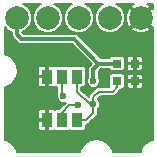
<source format=gbl>
G04 #@! TF.FileFunction,Copper,L2,Bot,Mixed*
%FSLAX46Y46*%
G04 Gerber Fmt 4.6, Leading zero omitted, Abs format (unit mm)*
G04 Created by KiCad (PCBNEW 4.0.6-e0-6349~53~ubuntu16.04.1) date Tue Jul 11 19:26:18 2017*
%MOMM*%
%LPD*%
G01*
G04 APERTURE LIST*
%ADD10C,0.100000*%
%ADD11C,1.998980*%
%ADD12R,0.800000X0.750000*%
%ADD13R,0.970000X1.270000*%
%ADD14C,0.600000*%
%ADD15C,0.304800*%
%ADD16C,0.203200*%
%ADD17C,0.152400*%
G04 APERTURE END LIST*
D10*
D11*
X144625000Y-99270000D03*
X149875000Y-99270000D03*
X152500000Y-99270000D03*
X147250000Y-99270000D03*
X155125000Y-99270000D03*
D12*
X153125000Y-103145000D03*
X154625000Y-103145000D03*
X153125000Y-104645000D03*
X154625000Y-104645000D03*
D13*
X147187000Y-107930000D03*
X148457000Y-107930000D03*
X149727000Y-107930000D03*
X147187000Y-104247000D03*
X148457000Y-104247000D03*
X149727000Y-104247000D03*
D14*
X151125000Y-104635000D03*
X151124000Y-106596500D03*
X149854000Y-106660000D03*
X148584000Y-105898000D03*
D15*
X153125000Y-103145000D02*
X151546000Y-103145000D01*
X144625000Y-100669000D02*
X144625000Y-99270000D01*
X145028000Y-101072000D02*
X144625000Y-100669000D01*
X149473000Y-101072000D02*
X145028000Y-101072000D01*
X151546000Y-103145000D02*
X149473000Y-101072000D01*
X151125000Y-104635000D02*
X151125000Y-103645000D01*
X151625000Y-103145000D02*
X153125000Y-103145000D01*
X151125000Y-103645000D02*
X151625000Y-103145000D01*
D16*
X151124000Y-106596500D02*
X150806500Y-106596500D01*
X149727000Y-105517000D02*
X149727000Y-104247000D01*
X150806500Y-106596500D02*
X149727000Y-105517000D01*
X151124000Y-106596500D02*
X151124000Y-107295000D01*
X150489000Y-107930000D02*
X149727000Y-107930000D01*
X151124000Y-107295000D02*
X150489000Y-107930000D01*
X151124000Y-106596500D02*
X151124000Y-106021000D01*
X153125000Y-105145000D02*
X153125000Y-104645000D01*
X152750000Y-105520000D02*
X153125000Y-105145000D01*
X151625000Y-105520000D02*
X152750000Y-105520000D01*
X151124000Y-106021000D02*
X151625000Y-105520000D01*
X148457000Y-107930000D02*
X148457000Y-107295000D01*
X148457000Y-107295000D02*
X149092000Y-106660000D01*
X149092000Y-106660000D02*
X149854000Y-106660000D01*
X148457000Y-104247000D02*
X148457000Y-105771000D01*
X148457000Y-105771000D02*
X148584000Y-105898000D01*
D17*
G36*
X146526513Y-98185178D02*
X146166442Y-98544621D01*
X145971332Y-99014497D01*
X145970888Y-99523271D01*
X146165178Y-99993487D01*
X146524621Y-100353558D01*
X146994497Y-100548668D01*
X147503271Y-100549112D01*
X147973487Y-100354822D01*
X148333558Y-99995379D01*
X148528668Y-99525503D01*
X148529112Y-99016729D01*
X148334822Y-98546513D01*
X147975379Y-98186442D01*
X147801883Y-98114400D01*
X149322808Y-98114400D01*
X149151513Y-98185178D01*
X148791442Y-98544621D01*
X148596332Y-99014497D01*
X148595888Y-99523271D01*
X148790178Y-99993487D01*
X149149621Y-100353558D01*
X149619497Y-100548668D01*
X150128271Y-100549112D01*
X150598487Y-100354822D01*
X150958558Y-99995379D01*
X151153668Y-99525503D01*
X151154112Y-99016729D01*
X150959822Y-98546513D01*
X150600379Y-98186442D01*
X150426883Y-98114400D01*
X151947808Y-98114400D01*
X151776513Y-98185178D01*
X151416442Y-98544621D01*
X151221332Y-99014497D01*
X151220888Y-99523271D01*
X151415178Y-99993487D01*
X151774621Y-100353558D01*
X152244497Y-100548668D01*
X152753271Y-100549112D01*
X153223487Y-100354822D01*
X153383735Y-100194853D01*
X154307910Y-100194853D01*
X154421517Y-100367900D01*
X154895214Y-100553539D01*
X155403895Y-100543770D01*
X155828483Y-100367900D01*
X155942090Y-100194853D01*
X155125000Y-99377763D01*
X154307910Y-100194853D01*
X153383735Y-100194853D01*
X153583558Y-99995379D01*
X153778668Y-99525503D01*
X153779091Y-99040214D01*
X153841461Y-99040214D01*
X153851230Y-99548895D01*
X154027100Y-99973483D01*
X154200147Y-100087090D01*
X155017237Y-99270000D01*
X154200147Y-98452910D01*
X154027100Y-98566517D01*
X153841461Y-99040214D01*
X153779091Y-99040214D01*
X153779112Y-99016729D01*
X153584822Y-98546513D01*
X153225379Y-98186442D01*
X153051883Y-98114400D01*
X154560817Y-98114400D01*
X154421517Y-98172100D01*
X154307910Y-98345147D01*
X155125000Y-99162237D01*
X155942090Y-98345147D01*
X155828483Y-98172100D01*
X155681249Y-98114400D01*
X156145600Y-98114400D01*
X156145600Y-98515769D01*
X156049853Y-98452910D01*
X155232763Y-99270000D01*
X156049853Y-100087090D01*
X156145600Y-100024231D01*
X156145600Y-109629152D01*
X156009908Y-109656143D01*
X155882154Y-109709060D01*
X155525289Y-109947510D01*
X155427510Y-110045289D01*
X155189060Y-110402154D01*
X155136143Y-110529908D01*
X155109152Y-110665600D01*
X152765848Y-110665600D01*
X152738857Y-110529908D01*
X152685940Y-110402154D01*
X152447490Y-110045289D01*
X152349711Y-109947510D01*
X151992846Y-109709060D01*
X151865092Y-109656143D01*
X151444140Y-109572410D01*
X151305860Y-109572410D01*
X150884908Y-109656143D01*
X150757154Y-109709060D01*
X150400289Y-109947510D01*
X150302510Y-110045289D01*
X150064060Y-110402154D01*
X150011143Y-110529908D01*
X149984152Y-110665600D01*
X144640848Y-110665600D01*
X144613857Y-110529908D01*
X144560940Y-110402154D01*
X144322490Y-110045289D01*
X144224711Y-109947510D01*
X143867846Y-109709060D01*
X143740092Y-109656143D01*
X143604400Y-109629152D01*
X143604400Y-108076050D01*
X146422600Y-108076050D01*
X146422600Y-108620576D01*
X146465136Y-108723267D01*
X146543733Y-108801864D01*
X146646424Y-108844400D01*
X147040950Y-108844400D01*
X147110800Y-108774550D01*
X147110800Y-108006200D01*
X146492450Y-108006200D01*
X146422600Y-108076050D01*
X143604400Y-108076050D01*
X143604400Y-107239424D01*
X146422600Y-107239424D01*
X146422600Y-107783950D01*
X146492450Y-107853800D01*
X147110800Y-107853800D01*
X147110800Y-107085450D01*
X147040950Y-107015600D01*
X146646424Y-107015600D01*
X146543733Y-107058136D01*
X146465136Y-107136733D01*
X146422600Y-107239424D01*
X143604400Y-107239424D01*
X143604400Y-105160848D01*
X143740092Y-105133857D01*
X143867846Y-105080940D01*
X144224711Y-104842490D01*
X144322490Y-104744711D01*
X144557462Y-104393050D01*
X146422600Y-104393050D01*
X146422600Y-104937576D01*
X146465136Y-105040267D01*
X146543733Y-105118864D01*
X146646424Y-105161400D01*
X147040950Y-105161400D01*
X147110800Y-105091550D01*
X147110800Y-104323200D01*
X146492450Y-104323200D01*
X146422600Y-104393050D01*
X144557462Y-104393050D01*
X144560940Y-104387846D01*
X144613857Y-104260092D01*
X144697590Y-103839140D01*
X144697590Y-103700860D01*
X144668860Y-103556424D01*
X146422600Y-103556424D01*
X146422600Y-104100950D01*
X146492450Y-104170800D01*
X147110800Y-104170800D01*
X147110800Y-103402450D01*
X147263200Y-103402450D01*
X147263200Y-104170800D01*
X147283200Y-104170800D01*
X147283200Y-104323200D01*
X147263200Y-104323200D01*
X147263200Y-105091550D01*
X147333050Y-105161400D01*
X147727576Y-105161400D01*
X147826211Y-105120544D01*
X147861168Y-105144429D01*
X147972000Y-105166873D01*
X148076000Y-105166873D01*
X148076000Y-105610537D01*
X148004701Y-105782245D01*
X148004500Y-106012744D01*
X148092522Y-106225775D01*
X148255368Y-106388905D01*
X148468245Y-106477299D01*
X148698744Y-106477500D01*
X148761696Y-106451489D01*
X148203057Y-107010127D01*
X147972000Y-107010127D01*
X147868461Y-107029609D01*
X147826533Y-107056589D01*
X147727576Y-107015600D01*
X147333050Y-107015600D01*
X147263200Y-107085450D01*
X147263200Y-107853800D01*
X147283200Y-107853800D01*
X147283200Y-108006200D01*
X147263200Y-108006200D01*
X147263200Y-108774550D01*
X147333050Y-108844400D01*
X147727576Y-108844400D01*
X147826211Y-108803544D01*
X147861168Y-108827429D01*
X147972000Y-108849873D01*
X148942000Y-108849873D01*
X149045539Y-108830391D01*
X149091870Y-108800578D01*
X149131168Y-108827429D01*
X149242000Y-108849873D01*
X150212000Y-108849873D01*
X150315539Y-108830391D01*
X150410634Y-108769199D01*
X150474429Y-108675832D01*
X150496873Y-108565000D01*
X150496873Y-108309434D01*
X150634803Y-108281998D01*
X150758408Y-108199408D01*
X151393405Y-107564410D01*
X151393408Y-107564408D01*
X151475998Y-107440802D01*
X151505001Y-107295000D01*
X151505000Y-107294995D01*
X151505000Y-107034846D01*
X151614905Y-106925132D01*
X151703299Y-106712255D01*
X151703500Y-106481756D01*
X151615478Y-106268725D01*
X151515372Y-106168444D01*
X151782816Y-105901000D01*
X152750000Y-105901000D01*
X152895803Y-105871998D01*
X153019408Y-105789408D01*
X153394408Y-105414408D01*
X153467597Y-105304873D01*
X153525000Y-105304873D01*
X153628539Y-105285391D01*
X153723634Y-105224199D01*
X153787429Y-105130832D01*
X153809873Y-105020000D01*
X153809873Y-104791050D01*
X153945600Y-104791050D01*
X153945600Y-105075576D01*
X153988136Y-105178267D01*
X154066733Y-105256864D01*
X154169424Y-105299400D01*
X154478950Y-105299400D01*
X154548800Y-105229550D01*
X154548800Y-104721200D01*
X154701200Y-104721200D01*
X154701200Y-105229550D01*
X154771050Y-105299400D01*
X155080576Y-105299400D01*
X155183267Y-105256864D01*
X155261864Y-105178267D01*
X155304400Y-105075576D01*
X155304400Y-104791050D01*
X155234550Y-104721200D01*
X154701200Y-104721200D01*
X154548800Y-104721200D01*
X154015450Y-104721200D01*
X153945600Y-104791050D01*
X153809873Y-104791050D01*
X153809873Y-104270000D01*
X153799416Y-104214424D01*
X153945600Y-104214424D01*
X153945600Y-104498950D01*
X154015450Y-104568800D01*
X154548800Y-104568800D01*
X154548800Y-104060450D01*
X154701200Y-104060450D01*
X154701200Y-104568800D01*
X155234550Y-104568800D01*
X155304400Y-104498950D01*
X155304400Y-104214424D01*
X155261864Y-104111733D01*
X155183267Y-104033136D01*
X155080576Y-103990600D01*
X154771050Y-103990600D01*
X154701200Y-104060450D01*
X154548800Y-104060450D01*
X154478950Y-103990600D01*
X154169424Y-103990600D01*
X154066733Y-104033136D01*
X153988136Y-104111733D01*
X153945600Y-104214424D01*
X153799416Y-104214424D01*
X153790391Y-104166461D01*
X153729199Y-104071366D01*
X153635832Y-104007571D01*
X153525000Y-103985127D01*
X152725000Y-103985127D01*
X152621461Y-104004609D01*
X152526366Y-104065801D01*
X152462571Y-104159168D01*
X152440127Y-104270000D01*
X152440127Y-105020000D01*
X152459609Y-105123539D01*
X152469558Y-105139000D01*
X151625000Y-105139000D01*
X151479197Y-105168002D01*
X151355592Y-105250592D01*
X150854592Y-105751592D01*
X150772002Y-105875197D01*
X150763726Y-105916802D01*
X150747449Y-105998634D01*
X150108000Y-105359184D01*
X150108000Y-105166873D01*
X150212000Y-105166873D01*
X150315539Y-105147391D01*
X150410634Y-105086199D01*
X150474429Y-104992832D01*
X150496873Y-104882000D01*
X150496873Y-103612000D01*
X150477391Y-103508461D01*
X150416199Y-103413366D01*
X150322832Y-103349571D01*
X150212000Y-103327127D01*
X149242000Y-103327127D01*
X149138461Y-103346609D01*
X149092130Y-103376422D01*
X149052832Y-103349571D01*
X148942000Y-103327127D01*
X147972000Y-103327127D01*
X147868461Y-103346609D01*
X147826533Y-103373589D01*
X147727576Y-103332600D01*
X147333050Y-103332600D01*
X147263200Y-103402450D01*
X147110800Y-103402450D01*
X147040950Y-103332600D01*
X146646424Y-103332600D01*
X146543733Y-103375136D01*
X146465136Y-103453733D01*
X146422600Y-103556424D01*
X144668860Y-103556424D01*
X144613857Y-103279908D01*
X144560940Y-103152154D01*
X144322490Y-102795289D01*
X144224711Y-102697510D01*
X143867846Y-102459060D01*
X143740092Y-102406143D01*
X143604400Y-102379152D01*
X143604400Y-100057821D01*
X143899621Y-100353558D01*
X144193200Y-100475463D01*
X144193200Y-100669000D01*
X144226069Y-100834243D01*
X144274521Y-100906757D01*
X144319671Y-100974329D01*
X144722671Y-101377329D01*
X144862757Y-101470931D01*
X145028000Y-101503800D01*
X149294142Y-101503800D01*
X150974842Y-103184500D01*
X150819671Y-103339671D01*
X150726069Y-103479757D01*
X150693200Y-103645000D01*
X150693200Y-104247366D01*
X150634095Y-104306368D01*
X150545701Y-104519245D01*
X150545500Y-104749744D01*
X150633522Y-104962775D01*
X150796368Y-105125905D01*
X151009245Y-105214299D01*
X151239744Y-105214500D01*
X151452775Y-105126478D01*
X151615905Y-104963632D01*
X151704299Y-104750755D01*
X151704500Y-104520256D01*
X151616478Y-104307225D01*
X151556800Y-104247443D01*
X151556800Y-103823858D01*
X151803858Y-103576800D01*
X152450815Y-103576800D01*
X152459609Y-103623539D01*
X152520801Y-103718634D01*
X152614168Y-103782429D01*
X152725000Y-103804873D01*
X153525000Y-103804873D01*
X153628539Y-103785391D01*
X153723634Y-103724199D01*
X153787429Y-103630832D01*
X153809873Y-103520000D01*
X153809873Y-103291050D01*
X153945600Y-103291050D01*
X153945600Y-103575576D01*
X153988136Y-103678267D01*
X154066733Y-103756864D01*
X154169424Y-103799400D01*
X154478950Y-103799400D01*
X154548800Y-103729550D01*
X154548800Y-103221200D01*
X154701200Y-103221200D01*
X154701200Y-103729550D01*
X154771050Y-103799400D01*
X155080576Y-103799400D01*
X155183267Y-103756864D01*
X155261864Y-103678267D01*
X155304400Y-103575576D01*
X155304400Y-103291050D01*
X155234550Y-103221200D01*
X154701200Y-103221200D01*
X154548800Y-103221200D01*
X154015450Y-103221200D01*
X153945600Y-103291050D01*
X153809873Y-103291050D01*
X153809873Y-102770000D01*
X153799416Y-102714424D01*
X153945600Y-102714424D01*
X153945600Y-102998950D01*
X154015450Y-103068800D01*
X154548800Y-103068800D01*
X154548800Y-102560450D01*
X154701200Y-102560450D01*
X154701200Y-103068800D01*
X155234550Y-103068800D01*
X155304400Y-102998950D01*
X155304400Y-102714424D01*
X155261864Y-102611733D01*
X155183267Y-102533136D01*
X155080576Y-102490600D01*
X154771050Y-102490600D01*
X154701200Y-102560450D01*
X154548800Y-102560450D01*
X154478950Y-102490600D01*
X154169424Y-102490600D01*
X154066733Y-102533136D01*
X153988136Y-102611733D01*
X153945600Y-102714424D01*
X153799416Y-102714424D01*
X153790391Y-102666461D01*
X153729199Y-102571366D01*
X153635832Y-102507571D01*
X153525000Y-102485127D01*
X152725000Y-102485127D01*
X152621461Y-102504609D01*
X152526366Y-102565801D01*
X152462571Y-102659168D01*
X152451629Y-102713200D01*
X151724858Y-102713200D01*
X149778329Y-100766671D01*
X149638243Y-100673069D01*
X149473000Y-100640200D01*
X145206858Y-100640200D01*
X145056800Y-100490142D01*
X145056800Y-100475345D01*
X145348487Y-100354822D01*
X145708558Y-99995379D01*
X145903668Y-99525503D01*
X145904112Y-99016729D01*
X145709822Y-98546513D01*
X145350379Y-98186442D01*
X145176883Y-98114400D01*
X146697808Y-98114400D01*
X146526513Y-98185178D01*
X146526513Y-98185178D01*
G37*
X146526513Y-98185178D02*
X146166442Y-98544621D01*
X145971332Y-99014497D01*
X145970888Y-99523271D01*
X146165178Y-99993487D01*
X146524621Y-100353558D01*
X146994497Y-100548668D01*
X147503271Y-100549112D01*
X147973487Y-100354822D01*
X148333558Y-99995379D01*
X148528668Y-99525503D01*
X148529112Y-99016729D01*
X148334822Y-98546513D01*
X147975379Y-98186442D01*
X147801883Y-98114400D01*
X149322808Y-98114400D01*
X149151513Y-98185178D01*
X148791442Y-98544621D01*
X148596332Y-99014497D01*
X148595888Y-99523271D01*
X148790178Y-99993487D01*
X149149621Y-100353558D01*
X149619497Y-100548668D01*
X150128271Y-100549112D01*
X150598487Y-100354822D01*
X150958558Y-99995379D01*
X151153668Y-99525503D01*
X151154112Y-99016729D01*
X150959822Y-98546513D01*
X150600379Y-98186442D01*
X150426883Y-98114400D01*
X151947808Y-98114400D01*
X151776513Y-98185178D01*
X151416442Y-98544621D01*
X151221332Y-99014497D01*
X151220888Y-99523271D01*
X151415178Y-99993487D01*
X151774621Y-100353558D01*
X152244497Y-100548668D01*
X152753271Y-100549112D01*
X153223487Y-100354822D01*
X153383735Y-100194853D01*
X154307910Y-100194853D01*
X154421517Y-100367900D01*
X154895214Y-100553539D01*
X155403895Y-100543770D01*
X155828483Y-100367900D01*
X155942090Y-100194853D01*
X155125000Y-99377763D01*
X154307910Y-100194853D01*
X153383735Y-100194853D01*
X153583558Y-99995379D01*
X153778668Y-99525503D01*
X153779091Y-99040214D01*
X153841461Y-99040214D01*
X153851230Y-99548895D01*
X154027100Y-99973483D01*
X154200147Y-100087090D01*
X155017237Y-99270000D01*
X154200147Y-98452910D01*
X154027100Y-98566517D01*
X153841461Y-99040214D01*
X153779091Y-99040214D01*
X153779112Y-99016729D01*
X153584822Y-98546513D01*
X153225379Y-98186442D01*
X153051883Y-98114400D01*
X154560817Y-98114400D01*
X154421517Y-98172100D01*
X154307910Y-98345147D01*
X155125000Y-99162237D01*
X155942090Y-98345147D01*
X155828483Y-98172100D01*
X155681249Y-98114400D01*
X156145600Y-98114400D01*
X156145600Y-98515769D01*
X156049853Y-98452910D01*
X155232763Y-99270000D01*
X156049853Y-100087090D01*
X156145600Y-100024231D01*
X156145600Y-109629152D01*
X156009908Y-109656143D01*
X155882154Y-109709060D01*
X155525289Y-109947510D01*
X155427510Y-110045289D01*
X155189060Y-110402154D01*
X155136143Y-110529908D01*
X155109152Y-110665600D01*
X152765848Y-110665600D01*
X152738857Y-110529908D01*
X152685940Y-110402154D01*
X152447490Y-110045289D01*
X152349711Y-109947510D01*
X151992846Y-109709060D01*
X151865092Y-109656143D01*
X151444140Y-109572410D01*
X151305860Y-109572410D01*
X150884908Y-109656143D01*
X150757154Y-109709060D01*
X150400289Y-109947510D01*
X150302510Y-110045289D01*
X150064060Y-110402154D01*
X150011143Y-110529908D01*
X149984152Y-110665600D01*
X144640848Y-110665600D01*
X144613857Y-110529908D01*
X144560940Y-110402154D01*
X144322490Y-110045289D01*
X144224711Y-109947510D01*
X143867846Y-109709060D01*
X143740092Y-109656143D01*
X143604400Y-109629152D01*
X143604400Y-108076050D01*
X146422600Y-108076050D01*
X146422600Y-108620576D01*
X146465136Y-108723267D01*
X146543733Y-108801864D01*
X146646424Y-108844400D01*
X147040950Y-108844400D01*
X147110800Y-108774550D01*
X147110800Y-108006200D01*
X146492450Y-108006200D01*
X146422600Y-108076050D01*
X143604400Y-108076050D01*
X143604400Y-107239424D01*
X146422600Y-107239424D01*
X146422600Y-107783950D01*
X146492450Y-107853800D01*
X147110800Y-107853800D01*
X147110800Y-107085450D01*
X147040950Y-107015600D01*
X146646424Y-107015600D01*
X146543733Y-107058136D01*
X146465136Y-107136733D01*
X146422600Y-107239424D01*
X143604400Y-107239424D01*
X143604400Y-105160848D01*
X143740092Y-105133857D01*
X143867846Y-105080940D01*
X144224711Y-104842490D01*
X144322490Y-104744711D01*
X144557462Y-104393050D01*
X146422600Y-104393050D01*
X146422600Y-104937576D01*
X146465136Y-105040267D01*
X146543733Y-105118864D01*
X146646424Y-105161400D01*
X147040950Y-105161400D01*
X147110800Y-105091550D01*
X147110800Y-104323200D01*
X146492450Y-104323200D01*
X146422600Y-104393050D01*
X144557462Y-104393050D01*
X144560940Y-104387846D01*
X144613857Y-104260092D01*
X144697590Y-103839140D01*
X144697590Y-103700860D01*
X144668860Y-103556424D01*
X146422600Y-103556424D01*
X146422600Y-104100950D01*
X146492450Y-104170800D01*
X147110800Y-104170800D01*
X147110800Y-103402450D01*
X147263200Y-103402450D01*
X147263200Y-104170800D01*
X147283200Y-104170800D01*
X147283200Y-104323200D01*
X147263200Y-104323200D01*
X147263200Y-105091550D01*
X147333050Y-105161400D01*
X147727576Y-105161400D01*
X147826211Y-105120544D01*
X147861168Y-105144429D01*
X147972000Y-105166873D01*
X148076000Y-105166873D01*
X148076000Y-105610537D01*
X148004701Y-105782245D01*
X148004500Y-106012744D01*
X148092522Y-106225775D01*
X148255368Y-106388905D01*
X148468245Y-106477299D01*
X148698744Y-106477500D01*
X148761696Y-106451489D01*
X148203057Y-107010127D01*
X147972000Y-107010127D01*
X147868461Y-107029609D01*
X147826533Y-107056589D01*
X147727576Y-107015600D01*
X147333050Y-107015600D01*
X147263200Y-107085450D01*
X147263200Y-107853800D01*
X147283200Y-107853800D01*
X147283200Y-108006200D01*
X147263200Y-108006200D01*
X147263200Y-108774550D01*
X147333050Y-108844400D01*
X147727576Y-108844400D01*
X147826211Y-108803544D01*
X147861168Y-108827429D01*
X147972000Y-108849873D01*
X148942000Y-108849873D01*
X149045539Y-108830391D01*
X149091870Y-108800578D01*
X149131168Y-108827429D01*
X149242000Y-108849873D01*
X150212000Y-108849873D01*
X150315539Y-108830391D01*
X150410634Y-108769199D01*
X150474429Y-108675832D01*
X150496873Y-108565000D01*
X150496873Y-108309434D01*
X150634803Y-108281998D01*
X150758408Y-108199408D01*
X151393405Y-107564410D01*
X151393408Y-107564408D01*
X151475998Y-107440802D01*
X151505001Y-107295000D01*
X151505000Y-107294995D01*
X151505000Y-107034846D01*
X151614905Y-106925132D01*
X151703299Y-106712255D01*
X151703500Y-106481756D01*
X151615478Y-106268725D01*
X151515372Y-106168444D01*
X151782816Y-105901000D01*
X152750000Y-105901000D01*
X152895803Y-105871998D01*
X153019408Y-105789408D01*
X153394408Y-105414408D01*
X153467597Y-105304873D01*
X153525000Y-105304873D01*
X153628539Y-105285391D01*
X153723634Y-105224199D01*
X153787429Y-105130832D01*
X153809873Y-105020000D01*
X153809873Y-104791050D01*
X153945600Y-104791050D01*
X153945600Y-105075576D01*
X153988136Y-105178267D01*
X154066733Y-105256864D01*
X154169424Y-105299400D01*
X154478950Y-105299400D01*
X154548800Y-105229550D01*
X154548800Y-104721200D01*
X154701200Y-104721200D01*
X154701200Y-105229550D01*
X154771050Y-105299400D01*
X155080576Y-105299400D01*
X155183267Y-105256864D01*
X155261864Y-105178267D01*
X155304400Y-105075576D01*
X155304400Y-104791050D01*
X155234550Y-104721200D01*
X154701200Y-104721200D01*
X154548800Y-104721200D01*
X154015450Y-104721200D01*
X153945600Y-104791050D01*
X153809873Y-104791050D01*
X153809873Y-104270000D01*
X153799416Y-104214424D01*
X153945600Y-104214424D01*
X153945600Y-104498950D01*
X154015450Y-104568800D01*
X154548800Y-104568800D01*
X154548800Y-104060450D01*
X154701200Y-104060450D01*
X154701200Y-104568800D01*
X155234550Y-104568800D01*
X155304400Y-104498950D01*
X155304400Y-104214424D01*
X155261864Y-104111733D01*
X155183267Y-104033136D01*
X155080576Y-103990600D01*
X154771050Y-103990600D01*
X154701200Y-104060450D01*
X154548800Y-104060450D01*
X154478950Y-103990600D01*
X154169424Y-103990600D01*
X154066733Y-104033136D01*
X153988136Y-104111733D01*
X153945600Y-104214424D01*
X153799416Y-104214424D01*
X153790391Y-104166461D01*
X153729199Y-104071366D01*
X153635832Y-104007571D01*
X153525000Y-103985127D01*
X152725000Y-103985127D01*
X152621461Y-104004609D01*
X152526366Y-104065801D01*
X152462571Y-104159168D01*
X152440127Y-104270000D01*
X152440127Y-105020000D01*
X152459609Y-105123539D01*
X152469558Y-105139000D01*
X151625000Y-105139000D01*
X151479197Y-105168002D01*
X151355592Y-105250592D01*
X150854592Y-105751592D01*
X150772002Y-105875197D01*
X150763726Y-105916802D01*
X150747449Y-105998634D01*
X150108000Y-105359184D01*
X150108000Y-105166873D01*
X150212000Y-105166873D01*
X150315539Y-105147391D01*
X150410634Y-105086199D01*
X150474429Y-104992832D01*
X150496873Y-104882000D01*
X150496873Y-103612000D01*
X150477391Y-103508461D01*
X150416199Y-103413366D01*
X150322832Y-103349571D01*
X150212000Y-103327127D01*
X149242000Y-103327127D01*
X149138461Y-103346609D01*
X149092130Y-103376422D01*
X149052832Y-103349571D01*
X148942000Y-103327127D01*
X147972000Y-103327127D01*
X147868461Y-103346609D01*
X147826533Y-103373589D01*
X147727576Y-103332600D01*
X147333050Y-103332600D01*
X147263200Y-103402450D01*
X147110800Y-103402450D01*
X147040950Y-103332600D01*
X146646424Y-103332600D01*
X146543733Y-103375136D01*
X146465136Y-103453733D01*
X146422600Y-103556424D01*
X144668860Y-103556424D01*
X144613857Y-103279908D01*
X144560940Y-103152154D01*
X144322490Y-102795289D01*
X144224711Y-102697510D01*
X143867846Y-102459060D01*
X143740092Y-102406143D01*
X143604400Y-102379152D01*
X143604400Y-100057821D01*
X143899621Y-100353558D01*
X144193200Y-100475463D01*
X144193200Y-100669000D01*
X144226069Y-100834243D01*
X144274521Y-100906757D01*
X144319671Y-100974329D01*
X144722671Y-101377329D01*
X144862757Y-101470931D01*
X145028000Y-101503800D01*
X149294142Y-101503800D01*
X150974842Y-103184500D01*
X150819671Y-103339671D01*
X150726069Y-103479757D01*
X150693200Y-103645000D01*
X150693200Y-104247366D01*
X150634095Y-104306368D01*
X150545701Y-104519245D01*
X150545500Y-104749744D01*
X150633522Y-104962775D01*
X150796368Y-105125905D01*
X151009245Y-105214299D01*
X151239744Y-105214500D01*
X151452775Y-105126478D01*
X151615905Y-104963632D01*
X151704299Y-104750755D01*
X151704500Y-104520256D01*
X151616478Y-104307225D01*
X151556800Y-104247443D01*
X151556800Y-103823858D01*
X151803858Y-103576800D01*
X152450815Y-103576800D01*
X152459609Y-103623539D01*
X152520801Y-103718634D01*
X152614168Y-103782429D01*
X152725000Y-103804873D01*
X153525000Y-103804873D01*
X153628539Y-103785391D01*
X153723634Y-103724199D01*
X153787429Y-103630832D01*
X153809873Y-103520000D01*
X153809873Y-103291050D01*
X153945600Y-103291050D01*
X153945600Y-103575576D01*
X153988136Y-103678267D01*
X154066733Y-103756864D01*
X154169424Y-103799400D01*
X154478950Y-103799400D01*
X154548800Y-103729550D01*
X154548800Y-103221200D01*
X154701200Y-103221200D01*
X154701200Y-103729550D01*
X154771050Y-103799400D01*
X155080576Y-103799400D01*
X155183267Y-103756864D01*
X155261864Y-103678267D01*
X155304400Y-103575576D01*
X155304400Y-103291050D01*
X155234550Y-103221200D01*
X154701200Y-103221200D01*
X154548800Y-103221200D01*
X154015450Y-103221200D01*
X153945600Y-103291050D01*
X153809873Y-103291050D01*
X153809873Y-102770000D01*
X153799416Y-102714424D01*
X153945600Y-102714424D01*
X153945600Y-102998950D01*
X154015450Y-103068800D01*
X154548800Y-103068800D01*
X154548800Y-102560450D01*
X154701200Y-102560450D01*
X154701200Y-103068800D01*
X155234550Y-103068800D01*
X155304400Y-102998950D01*
X155304400Y-102714424D01*
X155261864Y-102611733D01*
X155183267Y-102533136D01*
X155080576Y-102490600D01*
X154771050Y-102490600D01*
X154701200Y-102560450D01*
X154548800Y-102560450D01*
X154478950Y-102490600D01*
X154169424Y-102490600D01*
X154066733Y-102533136D01*
X153988136Y-102611733D01*
X153945600Y-102714424D01*
X153799416Y-102714424D01*
X153790391Y-102666461D01*
X153729199Y-102571366D01*
X153635832Y-102507571D01*
X153525000Y-102485127D01*
X152725000Y-102485127D01*
X152621461Y-102504609D01*
X152526366Y-102565801D01*
X152462571Y-102659168D01*
X152451629Y-102713200D01*
X151724858Y-102713200D01*
X149778329Y-100766671D01*
X149638243Y-100673069D01*
X149473000Y-100640200D01*
X145206858Y-100640200D01*
X145056800Y-100490142D01*
X145056800Y-100475345D01*
X145348487Y-100354822D01*
X145708558Y-99995379D01*
X145903668Y-99525503D01*
X145904112Y-99016729D01*
X145709822Y-98546513D01*
X145350379Y-98186442D01*
X145176883Y-98114400D01*
X146697808Y-98114400D01*
X146526513Y-98185178D01*
M02*

</source>
